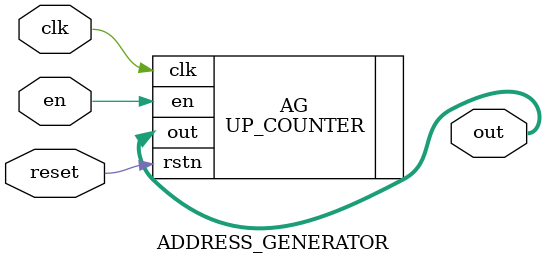
<source format=v>
`include "UP_COUNTER.v"
module ADDRESS_GENERATOR(clk,reset,en,out);
      parameter DATA_WIDTH   = 8;
      parameter COUNT_FROM   = 0;
      

      input clk;   // clock input
      input en;  // enable
      input reset; // reset


      output reg [DATA_WIDTH-1:0] out;

  UP_COUNTER #(DATA_WIDTH, COUNT_FROM) AG 
    (
    .clk(clk),
    .rstn(reset),
    .en(en),
    .out(out)
    );

endmodule

</source>
